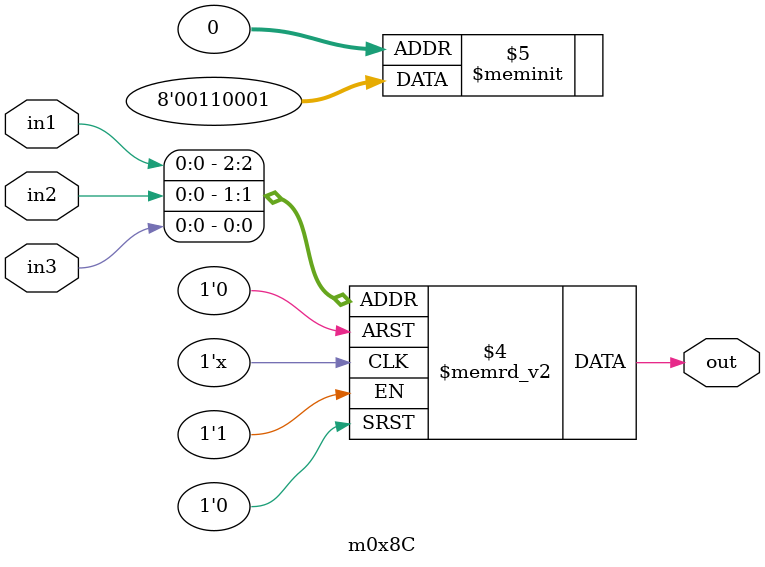
<source format=v>
module m0x8C(output out, input in1, in2, in3);

   always @(in1, in2, in3)
     begin
        case({in1, in2, in3})
          3'b000: {out} = 1'b1;
          3'b001: {out} = 1'b0;
          3'b010: {out} = 1'b0;
          3'b011: {out} = 1'b0;
          3'b100: {out} = 1'b1;
          3'b101: {out} = 1'b1;
          3'b110: {out} = 1'b0;
          3'b111: {out} = 1'b0;
        endcase // case ({in1, in2, in3})
     end // always @ (in1, in2, in3)

endmodule // m0x8C
</source>
